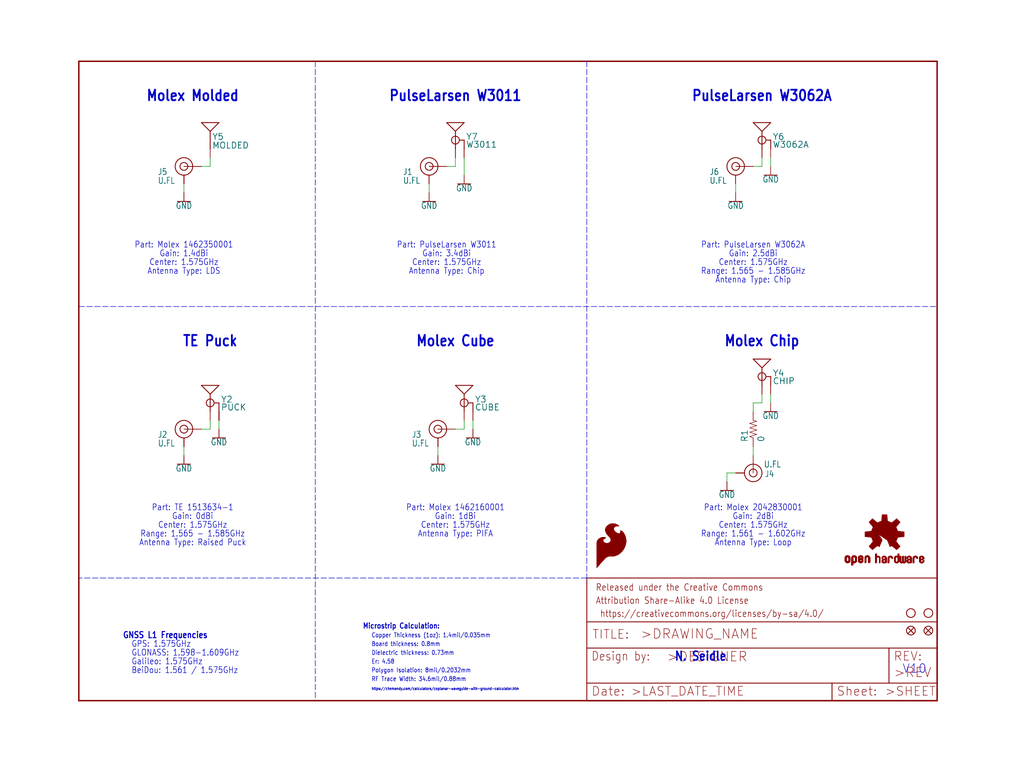
<source format=kicad_sch>
(kicad_sch (version 20211123) (generator eeschema)
  (paper "User" 297.002 223.926)
  (lib_symbols
    (symbol "schematicEagle-eagle-import:0OHM-0402-1{slash}10W"
      (property "Reference" "R" (at 0 1.524 0))
      (property "Value" "0OHM-0402-1{slash}10W" (at 0 -1.524 0))
      (symbol "0OHM-0402-1{slash}10W_1_0"
        (pin passive line (at -5.08 0 0) (length 2.54) (name "1") (number "1"))
        (pin passive line (at 5.08 0 180) (length 2.54) (name "2") (number "2"))
      )
    )
    (symbol "schematicEagle-eagle-import:FIDUCIAL1X2")
    (symbol "schematicEagle-eagle-import:FRAME-LETTER"
      (symbol "FRAME-LETTER_2_0"
        (text " https://creativecommons.org/licenses/by-sa/4.0/" (at 2.54 24.13 0) (effects (font (size 1.9304 1.6408)) (justify left bottom)))
        (text ">DESIGNER" (at 23.114 11.176 0) (effects (font (size 2.7432 2.7432)) (justify left bottom)))
        (text ">DRAWING_NAME" (at 15.494 17.78 0) (effects (font (size 2.7432 2.7432)) (justify left bottom)))
        (text ">LAST_DATE_TIME" (at 12.7 1.27 0) (effects (font (size 2.54 2.54)) (justify left bottom)))
        (text ">REV" (at 88.9 6.604 0) (effects (font (size 2.7432 2.7432)) (justify left bottom)))
        (text ">SHEET" (at 86.36 1.27 0) (effects (font (size 2.54 2.54)) (justify left bottom)))
        (text "Attribution Share-Alike 4.0 License" (at 2.54 27.94 0) (effects (font (size 1.9304 1.6408)) (justify left bottom)))
        (text "Date:" (at 1.27 1.27 0) (effects (font (size 2.54 2.54)) (justify left bottom)))
        (text "Design by:" (at 1.27 11.43 0) (effects (font (size 2.54 2.159)) (justify left bottom)))
        (text "Released under the Creative Commons" (at 2.54 31.75 0) (effects (font (size 1.9304 1.6408)) (justify left bottom)))
        (text "REV:" (at 88.9 11.43 0) (effects (font (size 2.54 2.54)) (justify left bottom)))
        (text "Sheet:" (at 72.39 1.27 0) (effects (font (size 2.54 2.54)) (justify left bottom)))
        (text "TITLE:" (at 1.524 17.78 0) (effects (font (size 2.54 2.54)) (justify left bottom)))
      )
    )
    (symbol "schematicEagle-eagle-import:GND" (power)
      (property "Value" "GND" (at 0 -0.254 0))
      (symbol "GND_1_0"
        (pin power_in line (at 0 2.54 270) (length 2.54) (name "GND") (number "1"))
      )
    )
    (symbol "schematicEagle-eagle-import:GPS_CHIP_ANTENNA2042830001"
      (property "Reference" "Y" (at 3.048 -5.08 0))
      (property "Value" "GPS_CHIP_ANTENNA2042830001" (at 3.048 -7.366 0))
      (symbol "GPS_CHIP_ANTENNA2042830001_1_0"
        (pin bidirectional line (at 2.54 -10.16 90) (length 2.54) (name "GND") (number "1"))
        (pin bidirectional line (at 2.54 -10.16 90) (length 2.54) (name "GND") (number "2"))
        (pin bidirectional line (at 2.54 -10.16 90) (length 2.54) (name "GND") (number "3"))
        (pin bidirectional line (at 0 -10.16 90) (length 2.54) (name "SIGNAL") (number "FEED"))
      )
    )
    (symbol "schematicEagle-eagle-import:GPS_CHIP_ANTENNACUBE"
      (property "Reference" "Y" (at 3.048 -5.08 0))
      (property "Value" "GPS_CHIP_ANTENNACUBE" (at 3.048 -7.366 0))
      (symbol "GPS_CHIP_ANTENNACUBE_1_0"
        (pin bidirectional line (at 0 -10.16 90) (length 2.54) (name "SIGNAL") (number "FEED"))
        (pin bidirectional line (at 2.54 -10.16 90) (length 2.54) (name "GND") (number "GND"))
      )
    )
    (symbol "schematicEagle-eagle-import:GPS_CHIP_ANTENNAPUCK"
      (property "Reference" "Y" (at 3.048 -5.08 0))
      (property "Value" "GPS_CHIP_ANTENNAPUCK" (at 3.048 -7.366 0))
      (symbol "GPS_CHIP_ANTENNAPUCK_1_0"
        (pin bidirectional line (at 2.54 -10.16 90) (length 2.54) (name "GND") (number "1"))
        (pin bidirectional line (at 2.54 -10.16 90) (length 2.54) (name "GND") (number "2"))
        (pin bidirectional line (at 2.54 -10.16 90) (length 2.54) (name "GND") (number "3"))
        (pin bidirectional line (at 0 -10.16 90) (length 2.54) (name "SIGNAL") (number "S"))
      )
    )
    (symbol "schematicEagle-eagle-import:GPS_CHIP_ANTENNAW3011"
      (property "Reference" "Y" (at 3.048 -5.08 0))
      (property "Value" "GPS_CHIP_ANTENNAW3011" (at 3.048 -7.366 0))
      (symbol "GPS_CHIP_ANTENNAW3011_1_0"
        (pin bidirectional line (at 0 -10.16 90) (length 2.54) (name "SIGNAL") (number "1"))
        (pin bidirectional line (at 2.54 -10.16 90) (length 2.54) (name "GND") (number "2"))
        (pin bidirectional line (at 2.54 -10.16 90) (length 2.54) (name "GND") (number "3"))
      )
    )
    (symbol "schematicEagle-eagle-import:GPS_CHIP_ANTENNAW3062A"
      (property "Reference" "Y" (at 3.048 -5.08 0))
      (property "Value" "GPS_CHIP_ANTENNAW3062A" (at 3.048 -7.366 0))
      (symbol "GPS_CHIP_ANTENNAW3062A_1_0"
        (pin bidirectional line (at 0 -10.16 90) (length 2.54) (name "SIGNAL") (number "FEED"))
        (pin bidirectional line (at 2.54 -10.16 90) (length 2.54) (name "GND") (number "GND"))
      )
    )
    (symbol "schematicEagle-eagle-import:GPS_CHIP_ANTENNA_NOGNDMOLDED"
      (property "Reference" "Y" (at 0.508 0 0))
      (property "Value" "GPS_CHIP_ANTENNA_NOGNDMOLDED" (at 0.508 -2.54 0))
      (symbol "GPS_CHIP_ANTENNA_NOGNDMOLDED_1_0"
        (pin bidirectional line (at 0 -5.08 90) (length 2.54) (name "SIGNAL") (number "FEED"))
      )
    )
    (symbol "schematicEagle-eagle-import:OSHW-LOGOS")
    (symbol "schematicEagle-eagle-import:SFE_LOGO_FLAME.1EXP")
    (symbol "schematicEagle-eagle-import:STAND-OFF")
    (symbol "schematicEagle-eagle-import:U.FL2PIN"
      (property "Reference" "J" (at 2.54 -5.08 0))
      (property "Value" "U.FL2PIN" (at 2.54 -7.62 0))
      (symbol "U.FL2PIN_1_0"
        (pin bidirectional line (at 0 -5.08 90) (length 2.54) (name "GND") (number "1"))
        (pin bidirectional line (at 0 -5.08 90) (length 2.54) (name "GND") (number "2"))
        (pin bidirectional line (at 5.08 0 180) (length 5.08) (name "SIGNAL") (number "FEED"))
      )
    )
  )
  (wire (pts (xy 124.46 53.34) (xy 124.46 55.88)))
  (polyline (pts (xy 170.18 17.78) (xy 170.18 167.64)))
  (wire (pts (xy 220.98 116.84) (xy 220.98 114.3)))
  (polyline (pts (xy 91.44 17.78) (xy 91.44 203.2)))
  (wire (pts (xy 53.34 55.88) (xy 53.34 53.34)))
  (wire (pts (xy 132.08 124.46) (xy 134.62 124.46)))
  (wire (pts (xy 223.52 48.26) (xy 223.52 45.72)))
  (wire (pts (xy 58.42 124.46) (xy 60.96 124.46)))
  (wire (pts (xy 60.96 45.72) (xy 60.96 48.26)))
  (wire (pts (xy 134.62 45.72) (xy 134.62 50.8)))
  (wire (pts (xy 218.44 116.84) (xy 220.98 116.84)))
  (wire (pts (xy 210.82 137.16) (xy 210.82 139.7)))
  (wire (pts (xy 60.96 124.46) (xy 60.96 121.92)))
  (wire (pts (xy 218.44 132.08) (xy 218.44 129.54)))
  (polyline (pts (xy 170.18 167.64) (xy 22.86 167.64)))
  (wire (pts (xy 129.54 48.26) (xy 132.08 48.26)))
  (wire (pts (xy 132.08 48.26) (xy 132.08 45.72)))
  (wire (pts (xy 220.98 48.26) (xy 220.98 45.72)))
  (wire (pts (xy 218.44 48.26) (xy 220.98 48.26)))
  (wire (pts (xy 134.62 124.46) (xy 134.62 121.92)))
  (wire (pts (xy 218.44 119.38) (xy 218.44 116.84)))
  (wire (pts (xy 213.36 55.88) (xy 213.36 53.34)))
  (wire (pts (xy 53.34 132.08) (xy 53.34 129.54)))
  (wire (pts (xy 213.36 137.16) (xy 210.82 137.16)))
  (wire (pts (xy 127 132.08) (xy 127 129.54)))
  (wire (pts (xy 60.96 48.26) (xy 58.42 48.26)))
  (wire (pts (xy 137.16 124.46) (xy 137.16 121.92)))
  (wire (pts (xy 63.5 124.46) (xy 63.5 121.92)))
  (polyline (pts (xy 22.86 88.9) (xy 271.78 88.9)))
  (wire (pts (xy 223.52 116.84) (xy 223.52 114.3)))
  (text "Galileo: 1.575GHz" (at 38.1 193.04 180) (effects (font (size 1.778 1.5113)) (justify left bottom)))
  (text "Part: Molex 1462160001" (at 132.08 147.32 180) (effects (font (size 1.778 1.5113))))
  (text "GPS: 1.575GHz" (at 38.1 187.96 180) (effects (font (size 1.778 1.5113)) (justify left bottom)))
  (text "Er: 4.58" (at 107.696 192.786 180) (effects (font (size 1.27 1.0795)) (justify left bottom)))
  (text "Antenna Type: Loop" (at 218.44 157.48 180) (effects (font (size 1.778 1.5113))))
  (text "Antenna Type: PIFA" (at 132.08 154.94 180) (effects (font (size 1.778 1.5113))))
  (text "https://chemandy.com/calculators/coplanar-waveguide-with-ground-calculator.htm" (at 107.696 200.406 0) (effects (font (size 0.762 0.6477)) (justify left bottom)))
  (text "Antenna Type: Raised Puck" (at 55.88 157.48 180) (effects (font (size 1.778 1.5113))))
  (text "Center: 1.575GHz" (at 55.88 152.4 180) (effects (font (size 1.778 1.5113))))
  (text "Center: 1.575GHz" (at 132.08 152.4 180) (effects (font (size 1.778 1.5113))))
  (text "Center: 1.575GHz" (at 129.54 76.2 180) (effects (font (size 1.778 1.5113))))
  (text "Part: Molex 2042830001" (at 218.44 147.32 180) (effects (font (size 1.778 1.5113))))
  (text "Range: 1.565 - 1.585GHz" (at 218.44 78.74 180) (effects (font (size 1.778 1.5113))))
  (text "Center: 1.575GHz" (at 218.44 152.4 180) (effects (font (size 1.778 1.5113))))
  (text "Range: 1.565 - 1.585GHz" (at 55.88 154.94 180) (effects (font (size 1.778 1.5113))))
  (text "GNSS L1 Frequencies" (at 35.56 185.42 180) (effects (font (size 1.778 1.5113) (thickness 0.3023) bold) (justify left bottom)))
  (text "Antenna Type: Chip" (at 218.44 81.28 180) (effects (font (size 1.778 1.5113))))
  (text "N. Seidle" (at 203.2 190.5 180) (effects (font (size 2.54 2.159) (thickness 0.4318) bold)))
  (text "Range: 1.561 - 1.602GHz" (at 218.44 154.94 180) (effects (font (size 1.778 1.5113))))
  (text "Gain: 3.4dBi" (at 129.54 73.66 180) (effects (font (size 1.778 1.5113))))
  (text "Dielectric thickness: 0.73mm" (at 107.696 190.246 180) (effects (font (size 1.27 1.0795)) (justify left bottom)))
  (text "Gain: 0dBi" (at 55.88 149.86 180) (effects (font (size 1.778 1.5113))))
  (text "Center: 1.575GHz" (at 53.34 76.2 180) (effects (font (size 1.778 1.5113))))
  (text "Copper Thickness (1oz): 1.4mil/0.035mm" (at 107.696 185.166 180) (effects (font (size 1.27 1.0795)) (justify left bottom)))
  (text "Molex Cube" (at 132.08 99.06 180) (effects (font (size 3.048 2.5908) (thickness 0.5182) bold)))
  (text "Center: 1.575GHz" (at 218.44 76.2 180) (effects (font (size 1.778 1.5113))))
  (text "PulseLarsen W3011" (at 132.08 27.94 180) (effects (font (size 3.048 2.5908) (thickness 0.5182) bold)))
  (text "PulseLarsen W3062A" (at 220.98 27.94 180) (effects (font (size 3.048 2.5908) (thickness 0.5182) bold)))
  (text "Board thickness: 0.8mm" (at 107.696 187.706 180) (effects (font (size 1.27 1.0795)) (justify left bottom)))
  (text "V10" (at 261.62 195.58 180) (effects (font (size 2.54 2.54)) (justify left bottom)))
  (text "GLONASS: 1.598-1.609GHz" (at 38.1 190.5 180) (effects (font (size 1.778 1.5113)) (justify left bottom)))
  (text "Gain: 1dBi" (at 132.08 149.86 180) (effects (font (size 1.778 1.5113))))
  (text "Part: PulseLarsen W3062A" (at 218.44 71.12 180) (effects (font (size 1.778 1.5113))))
  (text "Part: TE 1513634-1" (at 55.88 147.32 180) (effects (font (size 1.778 1.5113))))
  (text "Gain: 1.4dBi" (at 53.34 73.66 180) (effects (font (size 1.778 1.5113))))
  (text "TE Puck" (at 60.96 99.06 180) (effects (font (size 3.048 2.5908) (thickness 0.5182) bold)))
  (text "Part: Molex 1462350001" (at 53.34 71.12 180) (effects (font (size 1.778 1.5113))))
  (text "BeiDou: 1.561 / 1.575GHz" (at 38.1 195.58 180) (effects (font (size 1.778 1.5113)) (justify left bottom)))
  (text "RF Trace Width: 34.6mil/0.88mm" (at 107.696 197.866 180) (effects (font (size 1.27 1.0795)) (justify left bottom)))
  (text "Molex Molded" (at 55.88 27.94 180) (effects (font (size 3.048 2.5908) (thickness 0.5182) bold)))
  (text "Gain: 2dBi" (at 218.44 149.86 180) (effects (font (size 1.778 1.5113))))
  (text "Antenna Type: Chip" (at 129.54 78.74 180) (effects (font (size 1.778 1.5113))))
  (text "Antenna Type: LDS" (at 53.34 78.74 180) (effects (font (size 1.778 1.5113))))
  (text "Polygon Isolation: 8mil/0.2032mm" (at 107.696 195.326 180) (effects (font (size 1.27 1.0795)) (justify left bottom)))
  (text "Molex Chip" (at 220.98 99.06 180) (effects (font (size 3.048 2.5908) (thickness 0.5182) bold)))
  (text "Microstrip Calculation:" (at 105.156 182.626 180) (effects (font (size 1.524 1.2954) (thickness 0.2591) bold) (justify left bottom)))
  (text "Gain: 2.5dBi" (at 218.44 73.66 180) (effects (font (size 1.778 1.5113))))
  (text "Part: PulseLarsen W3011" (at 129.54 71.12 180) (effects (font (size 1.778 1.5113))))
  (symbol (lib_id "schematicEagle-eagle-import:FRAME-LETTER") (at 170.18 203.2 0) (unit 2)
    (property "Reference" "FRAME1" (effects hide))
    (property "Value" "FRAME-LETTER" (effects hide))
    (property "Footprint" "schematicEagle:CREATIVE_COMMONS" (effects hide))
  )
  (symbol (lib_id "schematicEagle-eagle-import:SFE_LOGO_FLAME.1EXP") (at 172.72 165.1 0) (unit 1)
    (property "Reference" "LOGO2" (effects hide))
    (property "Value" "SFE_LOGO_FLAME.1EXP" (effects hide))
    (property "Footprint" "schematicEagle:SFE_LOGO_FLAME_COPPER_EXPOSED_.1" (effects hide))
  )
  (symbol (lib_id "schematicEagle-eagle-import:GPS_CHIP_ANTENNAW3062A") (at 220.98 35.56 0) (unit 1)
    (property "Reference" "Y6" (at 224.028 40.64 0) (effects (font (size 1.778 1.778)) (justify left bottom)))
    (property "Value" "W3062A" (at 224.028 42.926 0) (effects (font (size 1.778 1.778)) (justify left bottom)))
    (property "Footprint" "schematicEagle:W3062A" (effects hide))
  )
  (symbol (lib_id "schematicEagle-eagle-import:FIDUCIAL1X2") (at 264.16 182.88 0) (unit 1)
    (property "Reference" "JP8" (effects hide))
    (property "Value" "FIDUCIAL1X2" (effects hide))
    (property "Footprint" "schematicEagle:FIDUCIAL-1X2" (effects hide))
  )
  (symbol (lib_id "schematicEagle-eagle-import:SFE_LOGO_FLAME.1EXP") (at 172.72 165.1 0) (unit 1)
    (property "Reference" "LOGO4" (effects hide))
    (property "Value" "SFE_LOGO_FLAME.1EXP" (effects hide))
    (property "Footprint" "schematicEagle:SFE_LOGO_FLAME_COPPER_EXPOSED_.1" (effects hide))
  )
  (symbol (lib_id "schematicEagle-eagle-import:STAND-OFF") (at 269.24 177.8 0) (unit 1)
    (property "Reference" "JP6" (effects hide))
    (property "Value" "STAND-OFF" (effects hide))
    (property "Footprint" "schematicEagle:STAND-OFF" (effects hide))
  )
  (symbol (lib_id "schematicEagle-eagle-import:SFE_LOGO_FLAME.1EXP") (at 172.72 165.1 0) (unit 1)
    (property "Reference" "LOGO1" (effects hide))
    (property "Value" "SFE_LOGO_FLAME.1EXP" (effects hide))
    (property "Footprint" "schematicEagle:SFE_LOGO_FLAME_COPPER_EXPOSED_.1" (effects hide))
  )
  (symbol (lib_id "schematicEagle-eagle-import:FIDUCIAL1X2") (at 269.24 182.88 0) (unit 1)
    (property "Reference" "JP9" (effects hide))
    (property "Value" "FIDUCIAL1X2" (effects hide))
    (property "Footprint" "schematicEagle:FIDUCIAL-1X2" (effects hide))
  )
  (symbol (lib_id "schematicEagle-eagle-import:GND") (at 223.52 119.38 0) (unit 1)
    (property "Reference" "#GND7" (effects hide))
    (property "Value" "GND" (at 223.52 119.634 0) (effects (font (size 1.778 1.5113)) (justify top)))
    (property "Footprint" "schematicEagle:" (effects hide))
  )
  (symbol (lib_id "schematicEagle-eagle-import:GND") (at 53.34 134.62 0) (unit 1)
    (property "Reference" "#GND3" (effects hide))
    (property "Value" "GND" (at 53.34 134.874 0) (effects (font (size 1.778 1.5113)) (justify top)))
    (property "Footprint" "schematicEagle:" (effects hide))
  )
  (symbol (lib_id "schematicEagle-eagle-import:0OHM-0402-1{slash}10W") (at 218.44 124.46 90) (unit 1)
    (property "Reference" "R1" (at 216.9414 128.27 0) (effects (font (size 1.778 1.778)) (justify left bottom)))
    (property "Value" "0" (at 221.742 128.27 0) (effects (font (size 1.778 1.778)) (justify left bottom)))
    (property "Footprint" "schematicEagle:0402" (effects hide))
  )
  (symbol (lib_id "schematicEagle-eagle-import:GPS_CHIP_ANTENNACUBE") (at 134.62 111.76 0) (unit 1)
    (property "Reference" "Y3" (at 137.668 116.84 0) (effects (font (size 1.778 1.778)) (justify left bottom)))
    (property "Value" "CUBE" (at 137.668 119.126 0) (effects (font (size 1.778 1.778)) (justify left bottom)))
    (property "Footprint" "schematicEagle:MOLEX_GNSS_CUBE" (effects hide))
  )
  (symbol (lib_id "schematicEagle-eagle-import:GND") (at 223.52 50.8 0) (unit 1)
    (property "Reference" "#GND11" (effects hide))
    (property "Value" "GND" (at 223.52 51.054 0) (effects (font (size 1.778 1.5113)) (justify top)))
    (property "Footprint" "schematicEagle:" (effects hide))
  )
  (symbol (lib_id "schematicEagle-eagle-import:GPS_CHIP_ANTENNA_NOGNDMOLDED") (at 60.96 40.64 0) (unit 1)
    (property "Reference" "Y5" (at 61.468 40.64 0) (effects (font (size 1.778 1.778)) (justify left bottom)))
    (property "Value" "MOLDED" (at 61.468 43.18 0) (effects (font (size 1.778 1.778)) (justify left bottom)))
    (property "Footprint" "schematicEagle:MLOEX_GNSS_MOLDED" (effects hide))
  )
  (symbol (lib_id "schematicEagle-eagle-import:GND") (at 137.16 127 0) (unit 1)
    (property "Reference" "#GND6" (effects hide))
    (property "Value" "GND" (at 137.16 127.254 0) (effects (font (size 1.778 1.5113)) (justify top)))
    (property "Footprint" "schematicEagle:" (effects hide))
  )
  (symbol (lib_id "schematicEagle-eagle-import:U.FL2PIN") (at 218.44 137.16 270) (mirror x) (unit 1)
    (property "Reference" "J4" (at 221.742 138.43 90) (effects (font (size 1.778 1.5113)) (justify left top)))
    (property "Value" "U.FL" (at 221.488 135.636 90) (effects (font (size 1.778 1.5113)) (justify left top)))
    (property "Footprint" "schematicEagle:U.FL" (effects hide))
  )
  (symbol (lib_id "schematicEagle-eagle-import:GND") (at 127 134.62 0) (unit 1)
    (property "Reference" "#GND5" (effects hide))
    (property "Value" "GND" (at 127 134.874 0) (effects (font (size 1.778 1.5113)) (justify top)))
    (property "Footprint" "schematicEagle:" (effects hide))
  )
  (symbol (lib_id "schematicEagle-eagle-import:GND") (at 53.34 58.42 0) (unit 1)
    (property "Reference" "#GND9" (effects hide))
    (property "Value" "GND" (at 53.34 58.674 0) (effects (font (size 1.778 1.5113)) (justify top)))
    (property "Footprint" "schematicEagle:" (effects hide))
  )
  (symbol (lib_id "schematicEagle-eagle-import:GPS_CHIP_ANTENNAW3011") (at 132.08 35.56 0) (unit 1)
    (property "Reference" "Y7" (at 135.128 40.64 0) (effects (font (size 1.778 1.778)) (justify left bottom)))
    (property "Value" "W3011" (at 135.128 42.926 0) (effects (font (size 1.778 1.778)) (justify left bottom)))
    (property "Footprint" "schematicEagle:W3011" (effects hide))
  )
  (symbol (lib_id "schematicEagle-eagle-import:U.FL2PIN") (at 213.36 48.26 0) (unit 1)
    (property "Reference" "J6" (at 205.74 50.8 0) (effects (font (size 1.778 1.5113)) (justify left bottom)))
    (property "Value" "U.FL" (at 205.74 53.34 0) (effects (font (size 1.778 1.5113)) (justify left bottom)))
    (property "Footprint" "schematicEagle:U.FL" (effects hide))
  )
  (symbol (lib_id "schematicEagle-eagle-import:U.FL2PIN") (at 53.34 48.26 0) (unit 1)
    (property "Reference" "J5" (at 45.72 50.8 0) (effects (font (size 1.778 1.5113)) (justify left bottom)))
    (property "Value" "U.FL" (at 45.72 53.34 0) (effects (font (size 1.778 1.5113)) (justify left bottom)))
    (property "Footprint" "schematicEagle:U.FL" (effects hide))
  )
  (symbol (lib_id "schematicEagle-eagle-import:GND") (at 210.82 142.24 0) (unit 1)
    (property "Reference" "#GND8" (effects hide))
    (property "Value" "GND" (at 210.82 142.494 0) (effects (font (size 1.778 1.5113)) (justify top)))
    (property "Footprint" "schematicEagle:" (effects hide))
  )
  (symbol (lib_id "schematicEagle-eagle-import:GPS_CHIP_ANTENNA2042830001") (at 220.98 104.14 0) (unit 1)
    (property "Reference" "Y4" (at 224.028 109.22 0) (effects (font (size 1.778 1.778)) (justify left bottom)))
    (property "Value" "CHIP" (at 224.028 111.506 0) (effects (font (size 1.778 1.778)) (justify left bottom)))
    (property "Footprint" "schematicEagle:MOLEX_GNSS_CHIP" (effects hide))
  )
  (symbol (lib_id "schematicEagle-eagle-import:FRAME-LETTER") (at 22.86 203.2 0) (unit 1)
    (property "Reference" "FRAME1" (effects hide))
    (property "Value" "FRAME-LETTER" (effects hide))
    (property "Footprint" "schematicEagle:CREATIVE_COMMONS" (effects hide))
  )
  (symbol (lib_id "schematicEagle-eagle-import:STAND-OFF") (at 264.16 177.8 0) (unit 1)
    (property "Reference" "JP5" (effects hide))
    (property "Value" "STAND-OFF" (effects hide))
    (property "Footprint" "schematicEagle:STAND-OFF" (effects hide))
  )
  (symbol (lib_id "schematicEagle-eagle-import:U.FL2PIN") (at 124.46 48.26 0) (unit 1)
    (property "Reference" "J1" (at 116.84 50.8 0) (effects (font (size 1.778 1.5113)) (justify left bottom)))
    (property "Value" "U.FL" (at 116.84 53.34 0) (effects (font (size 1.778 1.5113)) (justify left bottom)))
    (property "Footprint" "schematicEagle:U.FL" (effects hide))
  )
  (symbol (lib_id "schematicEagle-eagle-import:SFE_LOGO_FLAME.1EXP") (at 172.72 165.1 0) (unit 1)
    (property "Reference" "LOGO6" (effects hide))
    (property "Value" "SFE_LOGO_FLAME.1EXP" (effects hide))
    (property "Footprint" "schematicEagle:SFE_LOGO_FLAME_COPPER_EXPOSED_.1" (effects hide))
  )
  (symbol (lib_id "schematicEagle-eagle-import:SFE_LOGO_FLAME.1EXP") (at 172.72 165.1 0) (unit 1)
    (property "Reference" "LOGO5" (effects hide))
    (property "Value" "SFE_LOGO_FLAME.1EXP" (effects hide))
    (property "Footprint" "schematicEagle:SFE_LOGO_FLAME_COPPER_EXPOSED_.1" (effects hide))
  )
  (symbol (lib_id "schematicEagle-eagle-import:GND") (at 134.62 53.34 0) (unit 1)
    (property "Reference" "#GND2" (effects hide))
    (property "Value" "GND" (at 134.62 53.594 0) (effects (font (size 1.778 1.5113)) (justify top)))
    (property "Footprint" "schematicEagle:" (effects hide))
  )
  (symbol (lib_id "schematicEagle-eagle-import:GND") (at 213.36 58.42 0) (unit 1)
    (property "Reference" "#GND10" (effects hide))
    (property "Value" "GND" (at 213.36 58.674 0) (effects (font (size 1.778 1.5113)) (justify top)))
    (property "Footprint" "schematicEagle:" (effects hide))
  )
  (symbol (lib_id "schematicEagle-eagle-import:GPS_CHIP_ANTENNAPUCK") (at 60.96 111.76 0) (unit 1)
    (property "Reference" "Y2" (at 64.008 116.84 0) (effects (font (size 1.778 1.778)) (justify left bottom)))
    (property "Value" "PUCK" (at 64.008 119.126 0) (effects (font (size 1.778 1.778)) (justify left bottom)))
    (property "Footprint" "schematicEagle:TE_PUCK" (effects hide))
  )
  (symbol (lib_id "schematicEagle-eagle-import:GND") (at 63.5 127 0) (unit 1)
    (property "Reference" "#GND4" (effects hide))
    (property "Value" "GND" (at 63.5 127.254 0) (effects (font (size 1.778 1.5113)) (justify top)))
    (property "Footprint" "schematicEagle:" (effects hide))
  )
  (symbol (lib_id "schematicEagle-eagle-import:GND") (at 124.46 58.42 0) (unit 1)
    (property "Reference" "#GND1" (effects hide))
    (property "Value" "GND" (at 124.46 58.674 0) (effects (font (size 1.778 1.5113)) (justify top)))
    (property "Footprint" "schematicEagle:" (effects hide))
  )
  (symbol (lib_id "schematicEagle-eagle-import:OSHW-LOGOS") (at 256.54 154.94 0) (unit 1)
    (property "Reference" "U$16" (effects hide))
    (property "Value" "OSHW-LOGOS" (effects hide))
    (property "Footprint" "schematicEagle:OSHW-LOGO-S" (effects hide))
  )
  (symbol (lib_id "schematicEagle-eagle-import:U.FL2PIN") (at 127 124.46 0) (unit 1)
    (property "Reference" "J3" (at 119.38 127 0) (effects (font (size 1.778 1.5113)) (justify left bottom)))
    (property "Value" "U.FL" (at 119.38 129.54 0) (effects (font (size 1.778 1.5113)) (justify left bottom)))
    (property "Footprint" "schematicEagle:U.FL" (effects hide))
  )
  (symbol (lib_id "schematicEagle-eagle-import:U.FL2PIN") (at 53.34 124.46 0) (unit 1)
    (property "Reference" "J2" (at 45.72 127 0) (effects (font (size 1.778 1.5113)) (justify left bottom)))
    (property "Value" "U.FL" (at 45.72 129.54 0) (effects (font (size 1.778 1.5113)) (justify left bottom)))
    (property "Footprint" "schematicEagle:U.FL" (effects hide))
  )
  (symbol (lib_id "schematicEagle-eagle-import:SFE_LOGO_FLAME.1EXP") (at 172.72 165.1 0) (unit 1)
    (property "Reference" "LOGO3" (effects hide))
    (property "Value" "SFE_LOGO_FLAME.1EXP" (effects hide))
    (property "Footprint" "schematicEagle:SFE_LOGO_FLAME_COPPER_EXPOSED_.1" (effects hide))
  )
)
</source>
